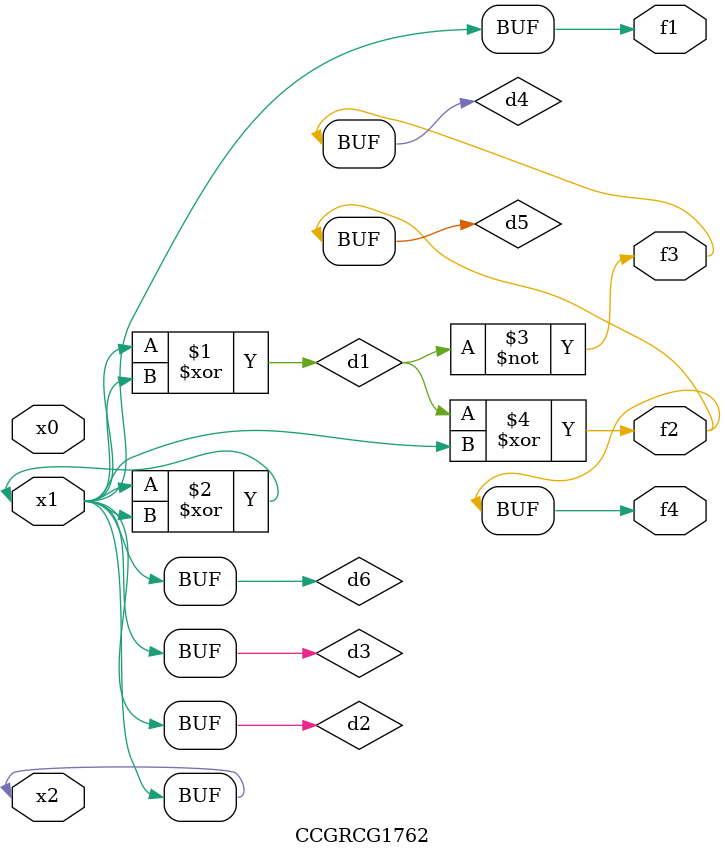
<source format=v>
module CCGRCG1762(
	input x0, x1, x2,
	output f1, f2, f3, f4
);

	wire d1, d2, d3, d4, d5, d6;

	xor (d1, x1, x2);
	buf (d2, x1, x2);
	xor (d3, x1, x2);
	nor (d4, d1);
	xor (d5, d1, d2);
	buf (d6, d2, d3);
	assign f1 = d6;
	assign f2 = d5;
	assign f3 = d4;
	assign f4 = d5;
endmodule

</source>
